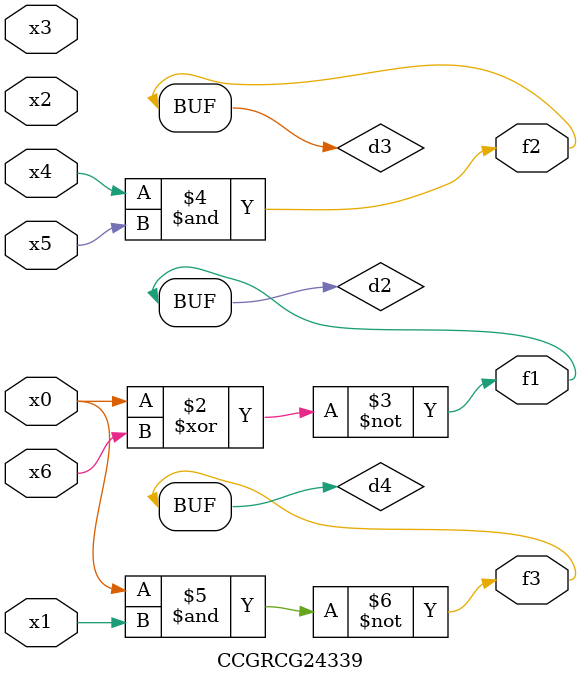
<source format=v>
module CCGRCG24339(
	input x0, x1, x2, x3, x4, x5, x6,
	output f1, f2, f3
);

	wire d1, d2, d3, d4;

	nor (d1, x0);
	xnor (d2, x0, x6);
	and (d3, x4, x5);
	nand (d4, x0, x1);
	assign f1 = d2;
	assign f2 = d3;
	assign f3 = d4;
endmodule

</source>
